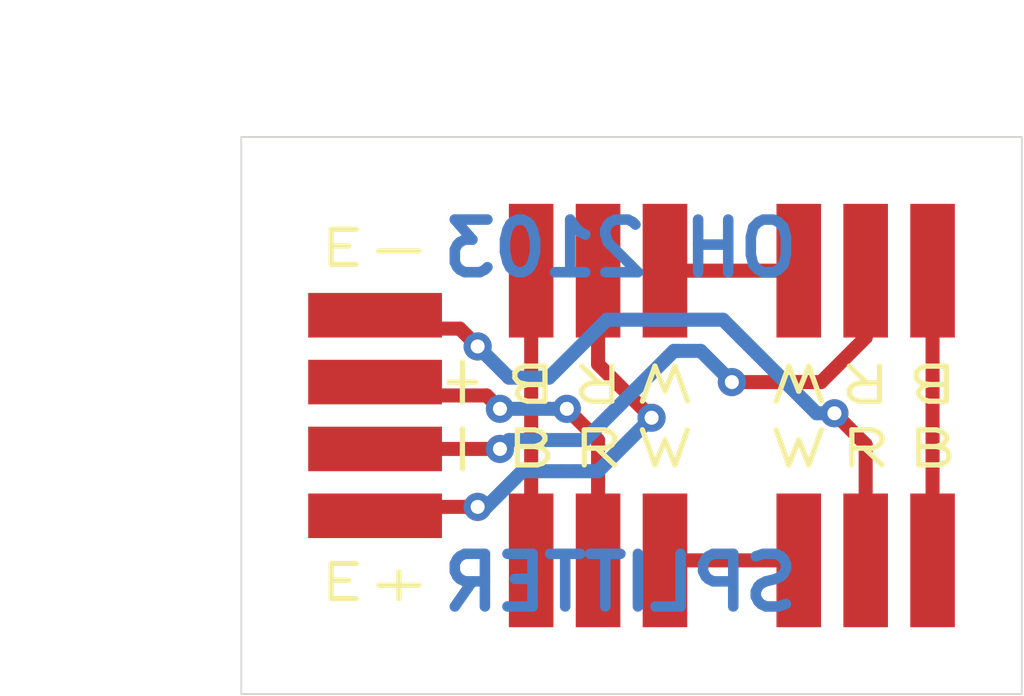
<source format=kicad_pcb>
(kicad_pcb (version 20171130) (host pcbnew "(5.1.5)-3")

  (general
    (thickness 1.6)
    (drawings 24)
    (tracks 57)
    (zones 0)
    (modules 5)
    (nets 9)
  )

  (page A4)
  (layers
    (0 F.Cu signal)
    (31 B.Cu signal)
    (32 B.Adhes user)
    (33 F.Adhes user)
    (34 B.Paste user)
    (35 F.Paste user)
    (36 B.SilkS user)
    (37 F.SilkS user)
    (38 B.Mask user)
    (39 F.Mask user)
    (40 Dwgs.User user)
    (41 Cmts.User user)
    (42 Eco1.User user)
    (43 Eco2.User user)
    (44 Edge.Cuts user)
    (45 Margin user)
    (46 B.CrtYd user)
    (47 F.CrtYd user)
    (48 B.Fab user)
    (49 F.Fab user)
  )

  (setup
    (last_trace_width 0.4)
    (trace_clearance 0.2)
    (zone_clearance 0.5)
    (zone_45_only no)
    (trace_min 0.2)
    (via_size 0.8)
    (via_drill 0.4)
    (via_min_size 0.4)
    (via_min_drill 0.3)
    (uvia_size 0.3)
    (uvia_drill 0.1)
    (uvias_allowed no)
    (uvia_min_size 0.2)
    (uvia_min_drill 0.1)
    (edge_width 0.05)
    (segment_width 0.2)
    (pcb_text_width 0.3)
    (pcb_text_size 1.5 1.5)
    (mod_edge_width 0.12)
    (mod_text_size 1 1)
    (mod_text_width 0.15)
    (pad_size 3.81 1.27)
    (pad_drill 0)
    (pad_to_mask_clearance 0.051)
    (solder_mask_min_width 0.25)
    (aux_axis_origin 0 0)
    (visible_elements 7FFDFFFF)
    (pcbplotparams
      (layerselection 0x010e0_ffffffff)
      (usegerberextensions false)
      (usegerberattributes false)
      (usegerberadvancedattributes false)
      (creategerberjobfile false)
      (excludeedgelayer true)
      (linewidth 0.100000)
      (plotframeref false)
      (viasonmask true)
      (mode 1)
      (useauxorigin false)
      (hpglpennumber 1)
      (hpglpenspeed 20)
      (hpglpendiameter 15.000000)
      (psnegative false)
      (psa4output false)
      (plotreference true)
      (plotvalue true)
      (plotinvisibletext false)
      (padsonsilk false)
      (subtractmaskfromsilk false)
      (outputformat 1)
      (mirror false)
      (drillshape 0)
      (scaleselection 1)
      (outputdirectory ""))
  )

  (net 0 "")
  (net 1 /E-)
  (net 2 /A+)
  (net 3 /A-)
  (net 4 /E+)
  (net 5 /WH1)
  (net 6 /BL2)
  (net 7 /BL1)
  (net 8 /WH2)

  (net_class Default "Toto je výchozí třída sítě."
    (clearance 0.2)
    (trace_width 0.4)
    (via_dia 0.8)
    (via_drill 0.4)
    (uvia_dia 0.3)
    (uvia_drill 0.1)
    (add_net /A+)
    (add_net /A-)
    (add_net /BL1)
    (add_net /BL2)
    (add_net /E+)
    (add_net /E-)
    (add_net /WH1)
    (add_net /WH2)
  )

  (net_class GND ""
    (clearance 0.3)
    (trace_width 0.6)
    (via_dia 0.8)
    (via_drill 0.4)
    (uvia_dia 0.3)
    (uvia_drill 0.1)
  )

  (net_class PWR ""
    (clearance 0.2)
    (trace_width 0.6)
    (via_dia 0.8)
    (via_drill 0.4)
    (uvia_dia 0.3)
    (uvia_drill 0.1)
  )

  (module keg01:LC_CONN (layer F.Cu) (tedit 5FF3FCBE) (tstamp 5FF3218F)
    (at 183.515 85.725 90)
    (path /5FF4C6F4)
    (fp_text reference P1 (at 3.175 0 180) (layer F.SilkS) hide
      (effects (font (size 1 1) (thickness 0.15)))
    )
    (fp_text value Conn_01x03 (at 0 -4.445 90) (layer F.Fab) hide
      (effects (font (size 1 1) (thickness 0.15)))
    )
    (pad 3 smd rect (at 0 1.905 90) (size 3.81 1.27) (layers F.Cu F.Paste F.Mask)
      (net 5 /WH1))
    (pad 2 smd rect (at 0 0 90) (size 3.81 1.27) (layers F.Cu F.Paste F.Mask)
      (net 4 /E+))
    (pad 1 smd rect (at 0 -1.905 90) (size 3.81 1.27) (layers F.Cu F.Paste F.Mask)
      (net 6 /BL2))
  )

  (module keg01:LC_CONN (layer F.Cu) (tedit 5FF3FCC1) (tstamp 5FF32196)
    (at 191.135 85.725 90)
    (path /5FF4D5DC)
    (fp_text reference P2 (at 3.175 0 180) (layer F.SilkS) hide
      (effects (font (size 1 1) (thickness 0.15)))
    )
    (fp_text value Conn_01x03 (at 0 -4.445 90) (layer F.Fab) hide
      (effects (font (size 1 1) (thickness 0.15)))
    )
    (pad 1 smd rect (at 0 -1.905 90) (size 3.81 1.27) (layers F.Cu F.Paste F.Mask)
      (net 5 /WH1))
    (pad 2 smd rect (at 0 0 90) (size 3.81 1.27) (layers F.Cu F.Paste F.Mask)
      (net 3 /A-))
    (pad 3 smd rect (at 0 1.905 90) (size 3.81 1.27) (layers F.Cu F.Paste F.Mask)
      (net 7 /BL1))
  )

  (module keg01:LC_CONN (layer F.Cu) (tedit 5FF3FCB6) (tstamp 5FF3219D)
    (at 191.135 93.98 270)
    (path /5FF4DB37)
    (fp_text reference P3 (at 3.175 0) (layer F.SilkS) hide
      (effects (font (size 1 1) (thickness 0.15)))
    )
    (fp_text value Conn_01x03 (at 0 -4.445 270) (layer F.Fab) hide
      (effects (font (size 1 1) (thickness 0.15)))
    )
    (pad 3 smd rect (at 0 1.905 270) (size 3.81 1.27) (layers F.Cu F.Paste F.Mask)
      (net 8 /WH2))
    (pad 2 smd rect (at 0 0 270) (size 3.81 1.27) (layers F.Cu F.Paste F.Mask)
      (net 1 /E-))
    (pad 1 smd rect (at 0 -1.905 270) (size 3.81 1.27) (layers F.Cu F.Paste F.Mask)
      (net 7 /BL1))
  )

  (module keg01:LC_CONN (layer F.Cu) (tedit 5FF3FCBA) (tstamp 5FF321A4)
    (at 183.515 93.98 270)
    (path /5FF4E425)
    (fp_text reference P4 (at 3.175 0) (layer F.SilkS) hide
      (effects (font (size 1 1) (thickness 0.15)))
    )
    (fp_text value Conn_01x03 (at 0 -4.445 270) (layer F.Fab) hide
      (effects (font (size 1 1) (thickness 0.15)))
    )
    (pad 1 smd rect (at 0 -1.905 270) (size 3.81 1.27) (layers F.Cu F.Paste F.Mask)
      (net 8 /WH2))
    (pad 2 smd rect (at 0 0 270) (size 3.81 1.27) (layers F.Cu F.Paste F.Mask)
      (net 2 /A+))
    (pad 3 smd rect (at 0 1.905 270) (size 3.81 1.27) (layers F.Cu F.Paste F.Mask)
      (net 6 /BL2))
  )

  (module keg01:DISP_CONN (layer F.Cu) (tedit 5FF31368) (tstamp 605C75C0)
    (at 177.165 90.17 180)
    (path /605CD83E)
    (fp_text reference P5 (at 0 5.715) (layer F.SilkS) hide
      (effects (font (size 1 1) (thickness 0.15)))
    )
    (fp_text value Conn_01x04 (at 0 -5.08) (layer F.Fab)
      (effects (font (size 1 1) (thickness 0.15)))
    )
    (pad 4 smd rect (at 0 -2.54 180) (size 3.81 1.27) (layers F.Cu F.Paste F.Mask)
      (net 4 /E+))
    (pad 3 smd rect (at 0 -0.635 180) (size 3.81 1.27) (layers F.Cu F.Paste F.Mask)
      (net 3 /A-))
    (pad 2 smd rect (at 0 1.27 180) (size 3.81 1.27) (layers F.Cu F.Paste F.Mask)
      (net 2 /A+))
    (pad 1 smd rect (at 0 3.175 180) (size 3.81 1.27) (layers F.Cu F.Paste F.Mask)
      (net 1 /E-))
  )

  (dimension 15.875 (width 0.15) (layer Dwgs.User)
    (gr_text "15,875 mm" (at 170.15 89.8525 90) (layer Dwgs.User)
      (effects (font (size 1 1) (thickness 0.15)))
    )
    (feature1 (pts (xy 173.355 81.915) (xy 170.863579 81.915)))
    (feature2 (pts (xy 173.355 97.79) (xy 170.863579 97.79)))
    (crossbar (pts (xy 171.45 97.79) (xy 171.45 81.915)))
    (arrow1a (pts (xy 171.45 81.915) (xy 172.036421 83.041504)))
    (arrow1b (pts (xy 171.45 81.915) (xy 170.863579 83.041504)))
    (arrow2a (pts (xy 171.45 97.79) (xy 172.036421 96.663496)))
    (arrow2b (pts (xy 171.45 97.79) (xy 170.863579 96.663496)))
  )
  (dimension 22.225 (width 0.15) (layer Dwgs.User)
    (gr_text "22,225 mm" (at 184.4675 78.71) (layer Dwgs.User)
      (effects (font (size 1 1) (thickness 0.15)))
    )
    (feature1 (pts (xy 195.58 81.915) (xy 195.58 79.423579)))
    (feature2 (pts (xy 173.355 81.915) (xy 173.355 79.423579)))
    (crossbar (pts (xy 173.355 80.01) (xy 195.58 80.01)))
    (arrow1a (pts (xy 195.58 80.01) (xy 194.453496 80.596421)))
    (arrow1b (pts (xy 195.58 80.01) (xy 194.453496 79.423579)))
    (arrow2a (pts (xy 173.355 80.01) (xy 174.481504 80.596421)))
    (arrow2b (pts (xy 173.355 80.01) (xy 174.481504 79.423579)))
  )
  (gr_line (start 173.355 81.915) (end 195.58 81.915) (angle 90) (layer Edge.Cuts) (width 0.05))
  (gr_line (start 173.355 97.79) (end 173.355 81.915) (angle 90) (layer Edge.Cuts) (width 0.05))
  (gr_line (start 195.58 97.79) (end 173.355 97.79) (angle 90) (layer Edge.Cuts) (width 0.05))
  (gr_line (start 195.58 81.915) (end 195.58 97.79) (angle 90) (layer Edge.Cuts) (width 0.05))
  (gr_text - (at 179.578 90.805 90) (layer F.SilkS) (tstamp 605C7EF4)
    (effects (font (size 1 1.5) (thickness 0.15)))
  )
  (gr_text + (at 179.578 88.9 90) (layer F.SilkS) (tstamp 605C7EEE)
    (effects (font (size 1 1.5) (thickness 0.15)))
  )
  (gr_text E- (at 177.165 85.09) (layer F.SilkS) (tstamp 605C7EB8)
    (effects (font (size 1 1.5) (thickness 0.15)))
  )
  (gr_text E+ (at 177.165 94.615) (layer F.SilkS) (tstamp 605C7EB4)
    (effects (font (size 1 1.5) (thickness 0.15)))
  )
  (gr_text SPLITTER (at 184.15 94.615) (layer B.Cu)
    (effects (font (size 1.5 1.5) (thickness 0.3)) (justify mirror))
  )
  (gr_text "OH 2103" (at 184.15 85.09) (layer B.Cu)
    (effects (font (size 1.5 1.5) (thickness 0.3)) (justify mirror))
  )
  (gr_text W (at 185.42 88.9 180) (layer F.SilkS) (tstamp 5FF42156)
    (effects (font (size 1 1.5) (thickness 0.15)))
  )
  (gr_text W (at 189.23 88.9 180) (layer F.SilkS) (tstamp 5FF42154)
    (effects (font (size 1 1.5) (thickness 0.15)))
  )
  (gr_text W (at 189.23 90.805) (layer F.SilkS) (tstamp 5FF42152)
    (effects (font (size 1 1.5) (thickness 0.15)))
  )
  (gr_text W (at 185.42 90.805) (layer F.SilkS) (tstamp 605C7E00)
    (effects (font (size 1 1.5) (thickness 0.15)))
  )
  (gr_text R (at 191.135 88.9 180) (layer F.SilkS) (tstamp 5FF4214C)
    (effects (font (size 1 1.5) (thickness 0.15)))
  )
  (gr_text R (at 191.135 90.805) (layer F.SilkS) (tstamp 5FF4214A)
    (effects (font (size 1 1.5) (thickness 0.15)))
  )
  (gr_text R (at 183.515 90.805) (layer F.SilkS) (tstamp 5FF42148)
    (effects (font (size 1 1.5) (thickness 0.15)))
  )
  (gr_text R (at 183.515 88.9 180) (layer F.SilkS) (tstamp 5FF42144)
    (effects (font (size 1 1.5) (thickness 0.15)))
  )
  (gr_text B (at 181.61 88.9 180) (layer F.SilkS) (tstamp 5FF42142)
    (effects (font (size 1 1.5) (thickness 0.15)))
  )
  (gr_text B (at 181.61 90.805) (layer F.SilkS) (tstamp 5FF42140)
    (effects (font (size 1 1.5) (thickness 0.15)))
  )
  (gr_text B (at 193.04 90.805) (layer F.SilkS) (tstamp 5FF4213E)
    (effects (font (size 1 1.5) (thickness 0.15)))
  )
  (gr_text B (at 193.04 88.9 180) (layer F.SilkS)
    (effects (font (size 1 1.5) (thickness 0.15)))
  )

  (segment (start 191.135 93.98) (end 191.135 92.71) (width 0.25) (layer F.Cu) (net 1) (status 400030))
  (segment (start 191.135 92.71) (end 191.135 92.583) (width 0.25) (layer F.Cu) (net 1) (status 30))
  (via (at 190.246 89.789) (size 0.8) (drill 0.4) (layers F.Cu B.Cu) (net 1))
  (segment (start 183.769 87.122) (end 187.071 87.122) (width 0.4) (layer B.Cu) (net 1) (tstamp 5FF40362))
  (segment (start 182.118 88.773) (end 183.769 87.122) (width 0.4) (layer B.Cu) (net 1) (tstamp 5FF4035F))
  (segment (start 182.118 88.773) (end 180.975 88.773) (width 0.4) (layer B.Cu) (net 1))
  (segment (start 180.975 88.773) (end 180.086 87.884) (width 0.4) (layer B.Cu) (net 1) (tstamp 605C7DED))
  (via (at 180.086 87.884) (size 0.8) (drill 0.4) (layers F.Cu B.Cu) (net 1))
  (segment (start 180.086 87.884) (end 179.578 87.376) (width 0.4) (layer F.Cu) (net 1) (tstamp 605C7DEF))
  (segment (start 179.578 87.376) (end 177.165 87.376) (width 0.4) (layer F.Cu) (net 1) (tstamp 605C7DF0) (status 800000))
  (segment (start 177.165 87.376) (end 177.165 86.995) (width 0.4) (layer F.Cu) (net 1) (tstamp 605C7DF1) (status C00000))
  (segment (start 190.246 89.789) (end 191.135 90.678) (width 0.4) (layer F.Cu) (net 1))
  (segment (start 191.135 90.678) (end 191.135 93.98) (width 0.4) (layer F.Cu) (net 1) (tstamp 605C7E96) (status 800000))
  (segment (start 187.071 87.122) (end 189.738 89.789) (width 0.4) (layer B.Cu) (net 1))
  (segment (start 189.738 89.789) (end 190.246 89.789) (width 0.4) (layer B.Cu) (net 1) (tstamp 605C7E98))
  (segment (start 180.721 89.662) (end 182.626 89.662) (width 0.4) (layer B.Cu) (net 2))
  (via (at 180.721 89.662) (size 0.8) (drill 0.4) (layers F.Cu B.Cu) (net 2))
  (segment (start 180.721 89.662) (end 180.34 89.281) (width 0.4) (layer F.Cu) (net 2) (tstamp 605C7DE1))
  (segment (start 180.34 89.281) (end 177.546 89.281) (width 0.4) (layer F.Cu) (net 2) (tstamp 605C7DE2))
  (segment (start 177.546 89.281) (end 177.165 88.9) (width 0.4) (layer F.Cu) (net 2) (tstamp 605C7DE3) (status 800000))
  (via (at 182.626 89.662) (size 0.8) (drill 0.4) (layers F.Cu B.Cu) (net 2))
  (segment (start 182.626 89.662) (end 183.515 90.551) (width 0.4) (layer F.Cu) (net 2) (tstamp 605C7E80))
  (segment (start 183.515 90.551) (end 183.515 93.98) (width 0.4) (layer F.Cu) (net 2) (tstamp 605C7E81) (status 800000))
  (segment (start 186.436 88.011) (end 187.325 88.9) (width 0.4) (layer B.Cu) (net 3) (tstamp 5FF402DB))
  (segment (start 185.801 88.011) (end 186.436 88.011) (width 0.4) (layer B.Cu) (net 3))
  (segment (start 183.134 90.551) (end 185.674 88.011) (width 0.4) (layer B.Cu) (net 3) (tstamp 5FF408E0))
  (segment (start 185.674 88.011) (end 185.801 88.011) (width 0.4) (layer B.Cu) (net 3) (tstamp 5FF408E1))
  (segment (start 191.135 85.725) (end 191.135 86.36) (width 0.4) (layer F.Cu) (net 3) (status 400010))
  (segment (start 187.325 88.9) (end 187.325 88.773) (width 0.4) (layer B.Cu) (net 3) (tstamp 5FF40297))
  (via (at 187.325 88.9) (size 0.8) (drill 0.4) (layers F.Cu B.Cu) (net 3))
  (segment (start 188.595 88.9) (end 187.325 88.9) (width 0.4) (layer F.Cu) (net 3) (tstamp 5FF40293))
  (segment (start 188.595 88.9) (end 189.865 88.9) (width 0.4) (layer F.Cu) (net 3))
  (segment (start 189.865 88.9) (end 191.135 87.63) (width 0.4) (layer F.Cu) (net 3) (tstamp 605C7DC8) (status 800000))
  (segment (start 191.135 87.63) (end 191.135 85.725) (width 0.4) (layer F.Cu) (net 3) (tstamp 605C7DC9) (status C00000))
  (segment (start 183.134 90.551) (end 180.975 90.551) (width 0.4) (layer B.Cu) (net 3))
  (segment (start 180.975 90.551) (end 180.721 90.805) (width 0.4) (layer B.Cu) (net 3) (tstamp 605C7DE5))
  (via (at 180.721 90.805) (size 0.8) (drill 0.4) (layers F.Cu B.Cu) (net 3))
  (segment (start 180.721 90.805) (end 177.165 90.805) (width 0.4) (layer F.Cu) (net 3) (tstamp 605C7DE7) (status 800000))
  (segment (start 183.515 91.44) (end 185.039 89.916) (width 0.4) (layer B.Cu) (net 4) (tstamp 5FF4030C))
  (segment (start 182.88 91.44) (end 183.515 91.44) (width 0.4) (layer B.Cu) (net 4) (tstamp 5FF403B0))
  (via (at 185.039 89.916) (size 0.8) (drill 0.4) (layers F.Cu B.Cu) (net 4))
  (segment (start 183.515 86.36) (end 183.515 85.725) (width 0.4) (layer F.Cu) (net 4) (tstamp 5FF408D3) (status 800020))
  (segment (start 182.499 91.44) (end 182.88 91.44) (width 0.4) (layer B.Cu) (net 4))
  (segment (start 183.515 87.63) (end 183.515 85.725) (width 0.4) (layer F.Cu) (net 4) (tstamp 605C7DCC) (status C00000))
  (segment (start 182.499 91.44) (end 181.356 91.44) (width 0.4) (layer B.Cu) (net 4))
  (via (at 180.086 92.456) (size 0.8) (drill 0.4) (layers F.Cu B.Cu) (net 4))
  (segment (start 180.086 92.456) (end 177.165 92.456) (width 0.4) (layer F.Cu) (net 4) (tstamp 605C7DF9) (status 800000))
  (segment (start 177.165 92.456) (end 177.165 92.71) (width 0.4) (layer F.Cu) (net 4) (tstamp 605C7DFA) (status C00000))
  (segment (start 183.515 85.725) (end 183.515 88.265) (width 0.4) (layer F.Cu) (net 4) (status 400000))
  (segment (start 183.515 88.265) (end 183.515 88.392) (width 0.4) (layer F.Cu) (net 4) (tstamp 605C7E89))
  (segment (start 183.515 88.392) (end 185.039 89.916) (width 0.4) (layer F.Cu) (net 4) (tstamp 605C7E8A))
  (segment (start 181.356 91.44) (end 180.34 92.456) (width 0.4) (layer B.Cu) (net 4))
  (segment (start 180.34 92.456) (end 180.086 92.456) (width 0.4) (layer B.Cu) (net 4) (tstamp 605C7EE3))
  (segment (start 185.42 85.725) (end 189.23 85.725) (width 0.4) (layer F.Cu) (net 5) (status C00000))
  (segment (start 181.61 93.98) (end 181.61 85.725) (width 0.4) (layer F.Cu) (net 6) (status C00020))
  (segment (start 193.04 93.98) (end 193.04 85.725) (width 0.4) (layer F.Cu) (net 7) (status C00020))
  (segment (start 185.42 93.98) (end 189.23 93.98) (width 0.4) (layer F.Cu) (net 8) (status C00000))

)

</source>
